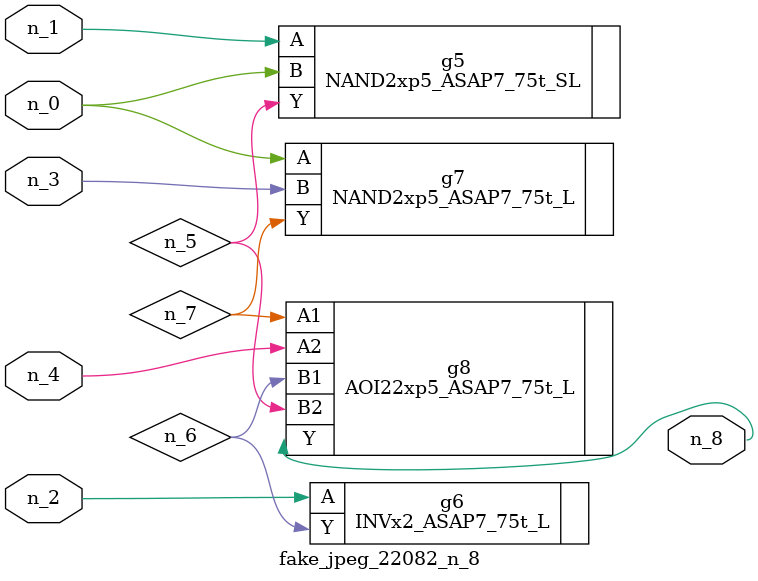
<source format=v>
module fake_jpeg_22082_n_8 (n_3, n_2, n_1, n_0, n_4, n_8);

input n_3;
input n_2;
input n_1;
input n_0;
input n_4;

output n_8;

wire n_6;
wire n_5;
wire n_7;

NAND2xp5_ASAP7_75t_SL g5 ( 
.A(n_1),
.B(n_0),
.Y(n_5)
);

INVx2_ASAP7_75t_L g6 ( 
.A(n_2),
.Y(n_6)
);

NAND2xp5_ASAP7_75t_L g7 ( 
.A(n_0),
.B(n_3),
.Y(n_7)
);

AOI22xp5_ASAP7_75t_L g8 ( 
.A1(n_7),
.A2(n_4),
.B1(n_6),
.B2(n_5),
.Y(n_8)
);


endmodule
</source>
